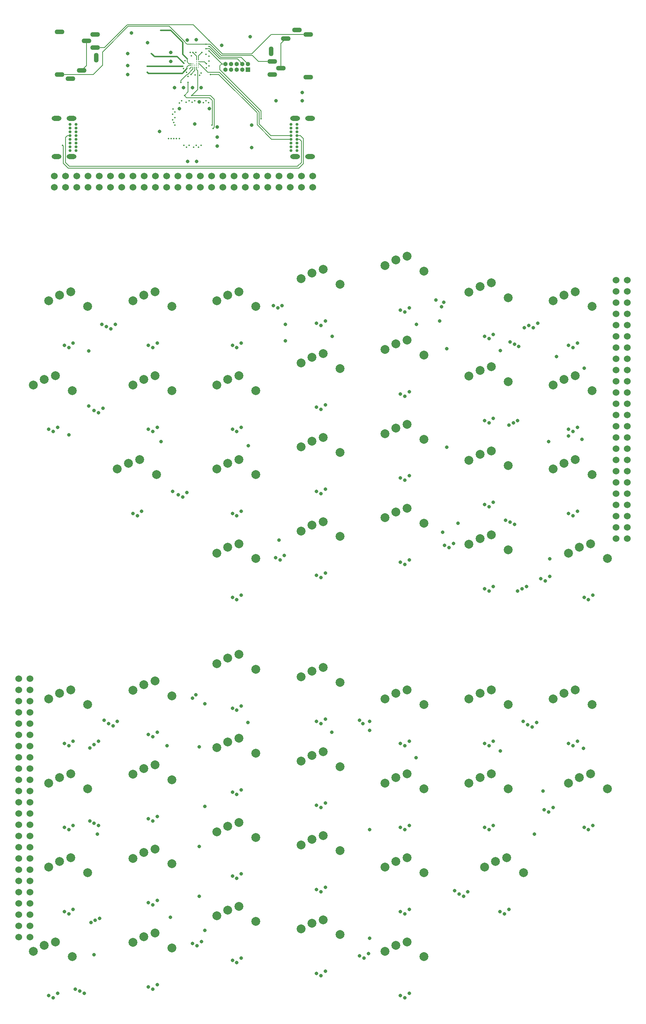
<source format=gbr>
%TF.GenerationSoftware,KiCad,Pcbnew,(6.0.6)*%
%TF.CreationDate,2022-09-03T22:19:58-07:00*%
%TF.ProjectId,NourK,4e6f7572-4b2e-46b6-9963-61645f706362,rev?*%
%TF.SameCoordinates,Original*%
%TF.FileFunction,Copper,L2,Inr*%
%TF.FilePolarity,Positive*%
%FSLAX46Y46*%
G04 Gerber Fmt 4.6, Leading zero omitted, Abs format (unit mm)*
G04 Created by KiCad (PCBNEW (6.0.6)) date 2022-09-03 22:19:58*
%MOMM*%
%LPD*%
G01*
G04 APERTURE LIST*
%TA.AperFunction,ComponentPad*%
%ADD10C,1.524000*%
%TD*%
%TA.AperFunction,ComponentPad*%
%ADD11C,2.000000*%
%TD*%
%TA.AperFunction,ComponentPad*%
%ADD12C,0.650000*%
%TD*%
%TA.AperFunction,ComponentPad*%
%ADD13O,2.216000X1.108000*%
%TD*%
%TA.AperFunction,ComponentPad*%
%ADD14O,1.100000X2.200000*%
%TD*%
%TA.AperFunction,ComponentPad*%
%ADD15O,2.200000X1.100000*%
%TD*%
%TA.AperFunction,ComponentPad*%
%ADD16O,1.000000X1.000000*%
%TD*%
%TA.AperFunction,ComponentPad*%
%ADD17R,1.000000X1.000000*%
%TD*%
%TA.AperFunction,ViaPad*%
%ADD18C,0.800000*%
%TD*%
%TA.AperFunction,ViaPad*%
%ADD19C,0.350000*%
%TD*%
%TA.AperFunction,ViaPad*%
%ADD20C,0.220000*%
%TD*%
%TA.AperFunction,Conductor*%
%ADD21C,0.200000*%
%TD*%
%TA.AperFunction,Conductor*%
%ADD22C,0.300000*%
%TD*%
G04 APERTURE END LIST*
D10*
%TO.N,/rhs/RHS Keys/KEY.COL2*%
%TO.C,U3*%
X177260000Y-142965000D03*
%TO.N,/rhs/RHS Keys/KEY.COL4*%
X177260000Y-140425000D03*
%TO.N,/rhs/RHS Keys/KEY.ROW5*%
X177260000Y-137885000D03*
%TO.N,/rhs/RHS Keys/KEY.ROW3*%
X177260000Y-135345000D03*
%TO.N,/rhs/RHS Keys/KEY.ROW1*%
X177260000Y-132805000D03*
%TO.N,/rhs/RHS LEDs/LED.SW_RED1*%
X177260000Y-130265000D03*
%TO.N,/rhs/RHS LEDs/LED.SW_GREEN2*%
X177260000Y-127725000D03*
%TO.N,/rhs/RHS LEDs/LED.SW_BLUE2*%
X177260000Y-125185000D03*
%TO.N,/rhs/RHS LEDs/LED.CS_COL1*%
X177260000Y-122645000D03*
%TO.N,/rhs/RHS LEDs/LED.CS_COL3*%
X177260000Y-120105000D03*
%TO.N,/rhs/RHS LEDs/LED.CS_COL5*%
X177260000Y-117565000D03*
%TO.N,/rhs/RHS LEDs/LED.CS_COL7*%
X177260000Y-115025000D03*
%TO.N,/rhs/RHS LEDs/LED.CS_COL9*%
X177260000Y-112485000D03*
%TO.N,/rhs/RHS LEDs/LED.CS_COL11*%
X177260000Y-109945000D03*
%TO.N,/rhs/RHS LEDs/LED.CS_COL13*%
X177260000Y-107405000D03*
%TO.N,/rhs/RHS LEDs/LED.CS_COL15*%
X177260000Y-104865000D03*
%TO.N,/rhs/RHS LEDs/LED.SW_BLUE3*%
X177260000Y-102325000D03*
%TO.N,/rhs/RHS LEDs/LED.SW_GREEN3*%
X177260000Y-99785000D03*
%TO.N,/rhs/RHS LEDs/LED.SW_RED4*%
X177260000Y-97245000D03*
%TO.N,/rhs/RHS Keys/KEY.ROW6*%
X177260000Y-94705000D03*
%TO.N,/rhs/RHS Keys/KEY.ROW8*%
X177260000Y-92165000D03*
%TO.N,/rhs/RHS Keys/KEY.ROW10*%
X177260000Y-89625000D03*
%TO.N,/rhs/RHS Keys/KEY.COL7*%
X177260000Y-87085000D03*
%TO.N,/rhs/RHS Keys/KEY.COL9*%
X177260000Y-84545000D03*
%TO.N,/rhs/RHS Keys/KEY.COL10*%
X179800000Y-84545000D03*
%TO.N,/rhs/RHS Keys/KEY.COL8*%
X179800000Y-87085000D03*
%TO.N,/rhs/RHS Keys/KEY.COL6*%
X179800000Y-89625000D03*
%TO.N,/rhs/RHS Keys/KEY.ROW9*%
X179800000Y-92165000D03*
%TO.N,/rhs/RHS Keys/KEY.ROW7*%
X179800000Y-94705000D03*
%TO.N,/rhs/RHS LEDs/LED.SW_BLUE4*%
X179800000Y-97245000D03*
%TO.N,/rhs/RHS LEDs/LED.SW_GREEN4*%
X179800000Y-99785000D03*
%TO.N,/rhs/RHS LEDs/LED.SW_RED3*%
X179800000Y-102325000D03*
%TO.N,/rhs/RHS LEDs/LED.CS_COL16*%
X179800000Y-104865000D03*
%TO.N,/rhs/RHS LEDs/LED.CS_COL14*%
X179800000Y-107405000D03*
%TO.N,/rhs/RHS LEDs/LED.CS_COL12*%
X179800000Y-109945000D03*
%TO.N,/rhs/RHS LEDs/LED.CS_COL10*%
X179800000Y-112485000D03*
%TO.N,/rhs/RHS LEDs/LED.CS_COL8*%
X179800000Y-115025000D03*
%TO.N,/rhs/RHS LEDs/LED.CS_COL6*%
X179800000Y-117565000D03*
%TO.N,/rhs/RHS LEDs/LED.CS_COL4*%
X179800000Y-120105000D03*
%TO.N,/rhs/RHS LEDs/LED.CS_COL2*%
X179800000Y-122645000D03*
%TO.N,/rhs/RHS LEDs/LED.SW_RED2*%
X179800000Y-125185000D03*
%TO.N,/rhs/RHS LEDs/LED.SW_GREEN1*%
X179800000Y-127725000D03*
%TO.N,/rhs/RHS LEDs/LED.SW_BLUE1*%
X179800000Y-130265000D03*
%TO.N,/rhs/RHS Keys/KEY.ROW2*%
X179800000Y-132805000D03*
%TO.N,/rhs/RHS Keys/KEY.ROW4*%
X179800000Y-135345000D03*
%TO.N,/rhs/RHS Keys/KEY.COL5*%
X179800000Y-137885000D03*
%TO.N,/rhs/RHS Keys/KEY.COL3*%
X179800000Y-140425000D03*
%TO.N,/rhs/RHS Keys/KEY.COL1*%
X179800000Y-142965000D03*
%TD*%
%TO.N,/core/KEY.COL2*%
%TO.C,U4*%
X50250000Y-61010000D03*
%TO.N,/core/KEY.COL4*%
X52790000Y-61010000D03*
%TO.N,/core/KEY.ROW5*%
X55330000Y-61010000D03*
%TO.N,/core/KEY.ROW3*%
X57870000Y-61010000D03*
%TO.N,/core/KEY.ROW1*%
X60410000Y-61010000D03*
%TO.N,/core/LED.SW_RED2*%
X62950000Y-61010000D03*
%TO.N,/core/LED.SW_GREEN1*%
X65490000Y-61010000D03*
%TO.N,/core/LED.SW_BLUE1*%
X68030000Y-61010000D03*
%TO.N,/core/LED.CS_COL1*%
X70570000Y-61010000D03*
%TO.N,/core/LED.CS_COL3*%
X73110000Y-61010000D03*
%TO.N,/core/LED.CS_COL5*%
X75650000Y-61010000D03*
%TO.N,/core/LED.CS_COL7*%
X78190000Y-61010000D03*
%TO.N,/core/LED.CS_COL9*%
X80730000Y-61010000D03*
%TO.N,/core/LED.CS_COL11*%
X83270000Y-61010000D03*
%TO.N,/core/LED.CS_COL13*%
X85810000Y-61010000D03*
%TO.N,/core/LED.CS_COL15*%
X88350000Y-61010000D03*
%TO.N,/core/LED.SW_BLUE3*%
X90890000Y-61010000D03*
%TO.N,/core/LED.SW_GREEN3*%
X93430000Y-61010000D03*
%TO.N,/core/LED.SW_GREEN4*%
X95970000Y-61010000D03*
%TO.N,/core/KEY.ROW6*%
X98510000Y-61010000D03*
%TO.N,/core/KEY.ROW8*%
X101050000Y-61010000D03*
%TO.N,/core/KEY.ROW10*%
X103590000Y-61010000D03*
%TO.N,/core/KEY.COL7*%
X106130000Y-61010000D03*
%TO.N,/core/KEY.COL9*%
X108670000Y-61010000D03*
%TO.N,/core/KEY.COL10*%
X108670000Y-63550000D03*
%TO.N,/core/KEY.COL8*%
X106130000Y-63550000D03*
%TO.N,/core/KEY.COL6*%
X103590000Y-63550000D03*
%TO.N,/core/KEY.ROW9*%
X101050000Y-63550000D03*
%TO.N,/core/KEY.ROW7*%
X98510000Y-63550000D03*
%TO.N,/core/LED.SW_RED4*%
X95970000Y-63550000D03*
%TO.N,/core/LED.SW_BLUE4*%
X93430000Y-63550000D03*
%TO.N,/core/LED.SW_RED3*%
X90890000Y-63550000D03*
%TO.N,/core/LED.CS_COL16*%
X88350000Y-63550000D03*
%TO.N,/core/LED.CS_COL14*%
X85810000Y-63550000D03*
%TO.N,/core/LED.CS_COL12*%
X83270000Y-63550000D03*
%TO.N,/core/LED.CS_COL10*%
X80730000Y-63550000D03*
%TO.N,/core/LED.CS_COL8*%
X78190000Y-63550000D03*
%TO.N,/core/LED.CS_COL6*%
X75650000Y-63550000D03*
%TO.N,/core/LED.CS_COL4*%
X73110000Y-63550000D03*
%TO.N,/core/LED.CS_COL2*%
X70570000Y-63550000D03*
%TO.N,/core/LED.SW_RED1*%
X68030000Y-63550000D03*
%TO.N,/core/LED.SW_GREEN2*%
X65490000Y-63550000D03*
%TO.N,/core/LED.SW_BLUE2*%
X62950000Y-63550000D03*
%TO.N,/core/KEY.ROW2*%
X60410000Y-63550000D03*
%TO.N,/core/KEY.ROW4*%
X57870000Y-63550000D03*
%TO.N,/core/KEY.COL5*%
X55330000Y-63550000D03*
%TO.N,/core/KEY.COL3*%
X52790000Y-63550000D03*
%TO.N,/core/KEY.COL1*%
X50250000Y-63550000D03*
%TD*%
%TO.N,/lhs/LHS Keys/KEY.COL2*%
%TO.C,U5*%
X44740000Y-174580000D03*
%TO.N,/lhs/LHS Keys/KEY.COL4*%
X44740000Y-177120000D03*
%TO.N,/lhs/LHS Keys/KEY.ROW5*%
X44740000Y-179660000D03*
%TO.N,/lhs/LHS Keys/KEY.ROW3*%
X44740000Y-182200000D03*
%TO.N,/lhs/LHS Keys/KEY.ROW1*%
X44740000Y-184740000D03*
%TO.N,/lhs/LHS LEDs/LED.SW_RED1*%
X44740000Y-187280000D03*
%TO.N,/lhs/LHS LEDs/LED.SW_GREEN2*%
X44740000Y-189820000D03*
%TO.N,/lhs/LHS LEDs/LED.SW_BLUE2*%
X44740000Y-192360000D03*
%TO.N,/lhs/LHS LEDs/LED.CS_COL1*%
X44740000Y-194900000D03*
%TO.N,/lhs/LHS LEDs/LED.CS_COL3*%
X44740000Y-197440000D03*
%TO.N,/lhs/LHS LEDs/LED.CS_COL5*%
X44740000Y-199980000D03*
%TO.N,/lhs/LHS LEDs/LED.CS_COL7*%
X44740000Y-202520000D03*
%TO.N,/lhs/LHS LEDs/LED.CS_COL9*%
X44740000Y-205060000D03*
%TO.N,/lhs/LHS LEDs/LED.CS_COL11*%
X44740000Y-207600000D03*
%TO.N,/lhs/LHS LEDs/LED.CS_COL13*%
X44740000Y-210140000D03*
%TO.N,/lhs/LHS LEDs/LED.CS_COL15*%
X44740000Y-212680000D03*
%TO.N,/lhs/LHS LEDs/LED.SW_BLUE3*%
X44740000Y-215220000D03*
%TO.N,/lhs/LHS LEDs/LED.SW_GREEN3*%
X44740000Y-217760000D03*
%TO.N,/lhs/LHS LEDs/LED.SW_RED4*%
X44740000Y-220300000D03*
%TO.N,/lhs/LHS Keys/KEY.ROW6*%
X44740000Y-222840000D03*
%TO.N,/lhs/LHS Keys/KEY.ROW8*%
X44740000Y-225380000D03*
%TO.N,/lhs/LHS Keys/KEY.ROW10*%
X44740000Y-227920000D03*
%TO.N,/lhs/LHS Keys/KEY.COL7*%
X44740000Y-230460000D03*
%TO.N,/lhs/LHS Keys/KEY.COL9*%
X44740000Y-233000000D03*
%TO.N,/lhs/LHS Keys/KEY.COL10*%
X42200000Y-233000000D03*
%TO.N,/lhs/LHS Keys/KEY.COL8*%
X42200000Y-230460000D03*
%TO.N,/lhs/LHS Keys/KEY.COL6*%
X42200000Y-227920000D03*
%TO.N,/lhs/LHS Keys/KEY.ROW9*%
X42200000Y-225380000D03*
%TO.N,/lhs/LHS Keys/KEY.ROW7*%
X42200000Y-222840000D03*
%TO.N,/lhs/LHS LEDs/LED.SW_BLUE4*%
X42200000Y-220300000D03*
%TO.N,/lhs/LHS LEDs/LED.SW_GREEN4*%
X42200000Y-217760000D03*
%TO.N,/lhs/LHS LEDs/LED.SW_RED3*%
X42200000Y-215220000D03*
%TO.N,/lhs/LHS LEDs/LED.CS_COL16*%
X42200000Y-212680000D03*
%TO.N,/lhs/LHS LEDs/LED.CS_COL14*%
X42200000Y-210140000D03*
%TO.N,/lhs/LHS LEDs/LED.CS_COL12*%
X42200000Y-207600000D03*
%TO.N,/lhs/LHS LEDs/LED.CS_COL10*%
X42200000Y-205060000D03*
%TO.N,/lhs/LHS LEDs/LED.CS_COL8*%
X42200000Y-202520000D03*
%TO.N,/lhs/LHS LEDs/LED.CS_COL6*%
X42200000Y-199980000D03*
%TO.N,/lhs/LHS LEDs/LED.CS_COL4*%
X42200000Y-197440000D03*
%TO.N,/lhs/LHS LEDs/LED.CS_COL2*%
X42200000Y-194900000D03*
%TO.N,/lhs/LHS LEDs/LED.SW_RED2*%
X42200000Y-192360000D03*
%TO.N,/lhs/LHS LEDs/LED.SW_GREEN1*%
X42200000Y-189820000D03*
%TO.N,/lhs/LHS LEDs/LED.SW_BLUE1*%
X42200000Y-187280000D03*
%TO.N,/lhs/LHS Keys/KEY.ROW2*%
X42200000Y-184740000D03*
%TO.N,/lhs/LHS Keys/KEY.ROW4*%
X42200000Y-182200000D03*
%TO.N,/lhs/LHS Keys/KEY.COL5*%
X42200000Y-179660000D03*
%TO.N,/lhs/LHS Keys/KEY.COL3*%
X42200000Y-177120000D03*
%TO.N,/lhs/LHS Keys/KEY.COL1*%
X42200000Y-174580000D03*
%TD*%
D11*
%TO.N,Net-(D48-Pad1)*%
%TO.C,SW53*%
X51460000Y-215920000D03*
X49000000Y-217200000D03*
%TO.N,/lhs/LHS Keys/KEY.COL7*%
X54000000Y-215100000D03*
X57810000Y-218460000D03*
%TD*%
%TO.N,Net-(D43-Pad2)*%
%TO.C,SW36*%
X127460000Y-196920000D03*
X125000000Y-198200000D03*
%TO.N,/lhs/LHS Keys/KEY.COL3*%
X130000000Y-196100000D03*
X133810000Y-199460000D03*
%TD*%
%TO.N,Net-(D43-Pad4)*%
%TO.C,SW33*%
X146460000Y-196920000D03*
X144000000Y-198200000D03*
%TO.N,/lhs/LHS Keys/KEY.COL2*%
X149000000Y-196100000D03*
X152810000Y-199460000D03*
%TD*%
%TO.N,Net-(D3-Pad2)*%
%TO.C,SW13*%
X127460000Y-117920000D03*
X125000000Y-119200000D03*
%TO.N,/rhs/RHS Keys/KEY.COL6*%
X130000000Y-117100000D03*
X133810000Y-120460000D03*
%TD*%
%TO.N,Net-(D48-Pad2)*%
%TO.C,SW49*%
X70460000Y-213920000D03*
X68000000Y-215200000D03*
%TO.N,/lhs/LHS Keys/KEY.COL6*%
X73000000Y-213100000D03*
X76810000Y-216460000D03*
%TD*%
%TO.N,Net-(D2-Pad4)*%
%TO.C,SW8*%
X146460000Y-104920000D03*
X144000000Y-106200000D03*
%TO.N,/rhs/RHS Keys/KEY.COL1*%
X149000000Y-104100000D03*
X152810000Y-107460000D03*
%TD*%
%TO.N,Net-(D5-Pad1)*%
%TO.C,SW26*%
X51460000Y-87920000D03*
X49000000Y-89200000D03*
%TO.N,/rhs/RHS Keys/KEY.COL10*%
X54000000Y-87100000D03*
X57810000Y-90460000D03*
%TD*%
%TO.N,Net-(D5-Pad2)*%
%TO.C,SW23*%
X70460000Y-87920000D03*
X68000000Y-89200000D03*
%TO.N,/rhs/RHS Keys/KEY.COL9*%
X73000000Y-87100000D03*
X76810000Y-90460000D03*
%TD*%
%TO.N,Net-(D8-Pad5)*%
%TO.C,SW18*%
X108460000Y-139920000D03*
X106000000Y-141200000D03*
%TO.N,/rhs/RHS Keys/KEY.COL7*%
X111000000Y-139100000D03*
X114810000Y-142460000D03*
%TD*%
%TO.N,Net-(D7-Pad4)*%
%TO.C,SW21*%
X89460000Y-125920000D03*
X87000000Y-127200000D03*
%TO.N,/rhs/RHS Keys/KEY.COL8*%
X92000000Y-125100000D03*
X95810000Y-128460000D03*
%TD*%
%TO.N,Net-(D1-Pad2)*%
%TO.C,SW11*%
X127460000Y-79920000D03*
X125000000Y-81200000D03*
%TO.N,/rhs/RHS Keys/KEY.COL6*%
X130000000Y-79100000D03*
X133810000Y-82460000D03*
%TD*%
%TO.N,Net-(D2-Pad5)*%
%TO.C,SW4*%
X165460000Y-106920000D03*
X163000000Y-108200000D03*
%TO.N,/rhs/RHS Keys/KEY.COL2*%
X168000000Y-106100000D03*
X171810000Y-109460000D03*
%TD*%
%TO.N,Net-(D48-Pad5)*%
%TO.C,SW45*%
X89460000Y-207920000D03*
X87000000Y-209200000D03*
%TO.N,/lhs/LHS Keys/KEY.COL5*%
X92000000Y-207100000D03*
X95810000Y-210460000D03*
%TD*%
%TO.N,Net-(D44-Pad1)*%
%TO.C,SW41*%
X108460000Y-210920000D03*
X106000000Y-212200000D03*
%TO.N,/lhs/LHS Keys/KEY.COL4*%
X111000000Y-210100000D03*
X114810000Y-213460000D03*
%TD*%
%TO.N,Net-(D45-Pad1)*%
%TO.C,SW42*%
X108460000Y-229920000D03*
X106000000Y-231200000D03*
%TO.N,/lhs/LHS Keys/KEY.COL4*%
X111000000Y-229100000D03*
X114810000Y-232460000D03*
%TD*%
%TO.N,Net-(D6-Pad4)*%
%TO.C,SW20*%
X89460000Y-106920000D03*
X87000000Y-108200000D03*
%TO.N,/rhs/RHS Keys/KEY.COL8*%
X92000000Y-106100000D03*
X95810000Y-109460000D03*
%TD*%
%TO.N,Net-(D43-Pad1)*%
%TO.C,SW40*%
X108460000Y-191920000D03*
X106000000Y-193200000D03*
%TO.N,/lhs/LHS Keys/KEY.COL4*%
X111000000Y-191100000D03*
X114810000Y-194460000D03*
%TD*%
%TO.N,Net-(D46-Pad1)*%
%TO.C,SW51*%
X51460000Y-177920000D03*
X49000000Y-179200000D03*
%TO.N,/lhs/LHS Keys/KEY.COL7*%
X54000000Y-177100000D03*
X57810000Y-180460000D03*
%TD*%
%TO.N,Net-(D2-Pad2)*%
%TO.C,SW12*%
X127460000Y-98920000D03*
X125000000Y-100200000D03*
%TO.N,/rhs/RHS Keys/KEY.COL6*%
X130000000Y-98100000D03*
X133810000Y-101460000D03*
%TD*%
%TO.N,Net-(D44-Pad2)*%
%TO.C,SW37*%
X127460000Y-215920000D03*
X125000000Y-217200000D03*
%TO.N,/lhs/LHS Keys/KEY.COL3*%
X130000000Y-215100000D03*
X133810000Y-218460000D03*
%TD*%
%TO.N,Net-(D42-Pad5)*%
%TO.C,SW30*%
X165460000Y-177920000D03*
X163000000Y-179200000D03*
%TO.N,/lhs/LHS Keys/KEY.COL1*%
X168000000Y-177100000D03*
X171810000Y-180460000D03*
%TD*%
%TO.N,Net-(D7-Pad2)*%
%TO.C,SW25*%
X66960000Y-125920000D03*
X64500000Y-127200000D03*
%TO.N,/rhs/RHS Keys/KEY.COL9*%
X69500000Y-125100000D03*
X73310000Y-128460000D03*
%TD*%
%TO.N,Net-(D5-Pad4)*%
%TO.C,SW19*%
X89460000Y-87920000D03*
X87000000Y-89200000D03*
%TO.N,/rhs/RHS Keys/KEY.COL8*%
X92000000Y-87100000D03*
X95810000Y-90460000D03*
%TD*%
%TO.N,Net-(D47-Pad1)*%
%TO.C,SW52*%
X51460000Y-196920000D03*
X49000000Y-198200000D03*
%TO.N,/lhs/LHS Keys/KEY.COL7*%
X54000000Y-196100000D03*
X57810000Y-199460000D03*
%TD*%
%TO.N,Net-(D45-Pad2)*%
%TO.C,SW38*%
X127460000Y-234920000D03*
X125000000Y-236200000D03*
%TO.N,/lhs/LHS Keys/KEY.COL3*%
X130000000Y-234100000D03*
X133810000Y-237460000D03*
%TD*%
%TO.N,Net-(D42-Pad2)*%
%TO.C,SW35*%
X127460000Y-177920000D03*
X125000000Y-179200000D03*
%TO.N,/lhs/LHS Keys/KEY.COL3*%
X130000000Y-177100000D03*
X133810000Y-180460000D03*
%TD*%
%TO.N,Net-(D3-Pad5)*%
%TO.C,SW5*%
X165460000Y-125920000D03*
X163000000Y-127200000D03*
%TO.N,/rhs/RHS Keys/KEY.COL2*%
X168000000Y-125100000D03*
X171810000Y-128460000D03*
%TD*%
%TO.N,Net-(D46-Pad2)*%
%TO.C,SW47*%
X70460000Y-175920000D03*
X68000000Y-177200000D03*
%TO.N,/lhs/LHS Keys/KEY.COL6*%
X73000000Y-175100000D03*
X76810000Y-178460000D03*
%TD*%
%TO.N,Net-(D49-Pad2)*%
%TO.C,SW50*%
X70460000Y-232920000D03*
X68000000Y-234200000D03*
%TO.N,/lhs/LHS Keys/KEY.COL6*%
X73000000Y-232100000D03*
X76810000Y-235460000D03*
%TD*%
%TO.N,Net-(D4-Pad2)*%
%TO.C,SW14*%
X127460000Y-136920000D03*
X125000000Y-138200000D03*
%TO.N,/rhs/RHS Keys/KEY.COL6*%
X130000000Y-136100000D03*
X133810000Y-139460000D03*
%TD*%
%TO.N,Net-(D3-Pad4)*%
%TO.C,SW9*%
X146460000Y-123920000D03*
X144000000Y-125200000D03*
%TO.N,/rhs/RHS Keys/KEY.COL1*%
X149000000Y-123100000D03*
X152810000Y-126460000D03*
%TD*%
%TO.N,Net-(D7-Pad5)*%
%TO.C,SW17*%
X108460000Y-120920000D03*
X106000000Y-122200000D03*
%TO.N,/rhs/RHS Keys/KEY.COL7*%
X111000000Y-120100000D03*
X114810000Y-123460000D03*
%TD*%
%TO.N,Net-(D46-Pad5)*%
%TO.C,SW43*%
X89460000Y-169920000D03*
X87000000Y-171200000D03*
%TO.N,/lhs/LHS Keys/KEY.COL5*%
X92000000Y-169100000D03*
X95810000Y-172460000D03*
%TD*%
%TO.N,Net-(D42-Pad4)*%
%TO.C,SW32*%
X146460000Y-177920000D03*
X144000000Y-179200000D03*
%TO.N,/lhs/LHS Keys/KEY.COL2*%
X149000000Y-177100000D03*
X152810000Y-180460000D03*
%TD*%
%TO.N,Net-(D47-Pad5)*%
%TO.C,SW44*%
X89460000Y-188920000D03*
X87000000Y-190200000D03*
%TO.N,/lhs/LHS Keys/KEY.COL5*%
X92000000Y-188100000D03*
X95810000Y-191460000D03*
%TD*%
%TO.N,Net-(D6-Pad2)*%
%TO.C,SW24*%
X70460000Y-106920000D03*
X68000000Y-108200000D03*
%TO.N,/rhs/RHS Keys/KEY.COL9*%
X73000000Y-106100000D03*
X76810000Y-109460000D03*
%TD*%
%TO.N,Net-(D43-Pad5)*%
%TO.C,SW31*%
X168960000Y-196920000D03*
X166500000Y-198200000D03*
%TO.N,/lhs/LHS Keys/KEY.COL1*%
X171500000Y-196100000D03*
X175310000Y-199460000D03*
%TD*%
%TO.N,Net-(D8-Pad4)*%
%TO.C,SW22*%
X89460000Y-144920000D03*
X87000000Y-146200000D03*
%TO.N,/rhs/RHS Keys/KEY.COL8*%
X92000000Y-144100000D03*
X95810000Y-147460000D03*
%TD*%
%TO.N,Net-(D47-Pad2)*%
%TO.C,SW48*%
X70460000Y-194920000D03*
X68000000Y-196200000D03*
%TO.N,/lhs/LHS Keys/KEY.COL6*%
X73000000Y-194100000D03*
X76810000Y-197460000D03*
%TD*%
%TO.N,Net-(D4-Pad4)*%
%TO.C,SW10*%
X146460000Y-142920000D03*
X144000000Y-144200000D03*
%TO.N,/rhs/RHS Keys/KEY.COL1*%
X149000000Y-142100000D03*
X152810000Y-145460000D03*
%TD*%
%TO.N,Net-(D49-Pad5)*%
%TO.C,SW46*%
X89460000Y-226920000D03*
X87000000Y-228200000D03*
%TO.N,/lhs/LHS Keys/KEY.COL5*%
X92000000Y-226100000D03*
X95810000Y-229460000D03*
%TD*%
%TO.N,Net-(D44-Pad4)*%
%TO.C,SW34*%
X149960000Y-215920000D03*
X147500000Y-217200000D03*
%TO.N,/lhs/LHS Keys/KEY.COL2*%
X152500000Y-215100000D03*
X156310000Y-218460000D03*
%TD*%
%TO.N,Net-(D6-Pad5)*%
%TO.C,SW16*%
X108460000Y-101920000D03*
X106000000Y-103200000D03*
%TO.N,/rhs/RHS Keys/KEY.COL7*%
X111000000Y-101100000D03*
X114810000Y-104460000D03*
%TD*%
%TO.N,Net-(D5-Pad5)*%
%TO.C,SW15*%
X108460000Y-82920000D03*
X106000000Y-84200000D03*
%TO.N,/rhs/RHS Keys/KEY.COL7*%
X111000000Y-82100000D03*
X114810000Y-85460000D03*
%TD*%
%TO.N,Net-(D49-Pad1)*%
%TO.C,SW54*%
X47960000Y-234920000D03*
X45500000Y-236200000D03*
%TO.N,/lhs/LHS Keys/KEY.COL7*%
X50500000Y-234100000D03*
X54310000Y-237460000D03*
%TD*%
%TO.N,Net-(D42-Pad1)*%
%TO.C,SW39*%
X108460000Y-172920000D03*
X106000000Y-174200000D03*
%TO.N,/lhs/LHS Keys/KEY.COL4*%
X111000000Y-172100000D03*
X114810000Y-175460000D03*
%TD*%
%TO.N,Net-(D1-Pad4)*%
%TO.C,SW7*%
X146460000Y-85920000D03*
X144000000Y-87200000D03*
%TO.N,/rhs/RHS Keys/KEY.COL1*%
X149000000Y-85100000D03*
X152810000Y-88460000D03*
%TD*%
%TO.N,Net-(D6-Pad1)*%
%TO.C,SW27*%
X47960000Y-106920000D03*
X45500000Y-108200000D03*
%TO.N,/rhs/RHS Keys/KEY.COL10*%
X50500000Y-106100000D03*
X54310000Y-109460000D03*
%TD*%
%TO.N,Net-(D4-Pad5)*%
%TO.C,SW6*%
X168960000Y-144920000D03*
X166500000Y-146200000D03*
%TO.N,/rhs/RHS Keys/KEY.COL2*%
X171500000Y-144100000D03*
X175310000Y-147460000D03*
%TD*%
%TO.N,Net-(D1-Pad5)*%
%TO.C,SW3*%
X165460000Y-87920000D03*
X163000000Y-89200000D03*
%TO.N,/rhs/RHS Keys/KEY.COL2*%
X168000000Y-87100000D03*
X171810000Y-90460000D03*
%TD*%
D12*
%TO.N,GND*%
%TO.C,J4*%
X55125000Y-49275000D03*
%TO.N,VBUS*%
X55125000Y-50125000D03*
%TO.N,Net-(J4-PadA5)*%
X55125000Y-50975000D03*
%TO.N,/core/D+*%
X55125000Y-51825000D03*
%TO.N,/core/D-*%
X55125000Y-52675000D03*
%TO.N,unconnected-(J4-PadA8)*%
X55125000Y-53525000D03*
%TO.N,VBUS*%
X55125000Y-54375000D03*
%TO.N,GND*%
X55125000Y-55225000D03*
X53775000Y-55225000D03*
%TO.N,VBUS*%
X53775000Y-54375000D03*
%TO.N,Net-(J4-PadB5)*%
X53775000Y-53525000D03*
%TO.N,/core/D+*%
X53775000Y-52675000D03*
%TO.N,/core/D-*%
X53775000Y-51825000D03*
%TO.N,unconnected-(J4-PadB8)*%
X53775000Y-50975000D03*
%TO.N,VBUS*%
X53775000Y-50125000D03*
%TO.N,GND*%
X53775000Y-49275000D03*
D13*
%TO.N,N/C*%
X54145000Y-47925000D03*
X54145000Y-56575000D03*
X50765000Y-47925000D03*
X50765000Y-56575000D03*
%TD*%
D12*
%TO.N,GND*%
%TO.C,J3*%
X103725000Y-55225000D03*
%TO.N,VBUS*%
X103725000Y-54375000D03*
%TO.N,Net-(J3-PadA5)*%
X103725000Y-53525000D03*
%TO.N,/core/D+*%
X103725000Y-52675000D03*
%TO.N,/core/D-*%
X103725000Y-51825000D03*
%TO.N,unconnected-(J3-PadA8)*%
X103725000Y-50975000D03*
%TO.N,VBUS*%
X103725000Y-50125000D03*
%TO.N,GND*%
X103725000Y-49275000D03*
X105075000Y-49275000D03*
%TO.N,VBUS*%
X105075000Y-50125000D03*
%TO.N,Net-(J3-PadB5)*%
X105075000Y-50975000D03*
%TO.N,/core/D+*%
X105075000Y-51825000D03*
%TO.N,/core/D-*%
X105075000Y-52675000D03*
%TO.N,unconnected-(J3-PadB8)*%
X105075000Y-53525000D03*
%TO.N,VBUS*%
X105075000Y-54375000D03*
%TO.N,GND*%
X105075000Y-55225000D03*
D13*
%TO.N,N/C*%
X104705000Y-56575000D03*
X104705000Y-47925000D03*
X108085000Y-56575000D03*
X108085000Y-47925000D03*
%TD*%
D14*
%TO.N,GND*%
%TO.C,J1*%
X99300000Y-32800000D03*
D15*
%TO.N,Net-(J1-Pad2)*%
X102600000Y-29900000D03*
%TO.N,/core/USART.RX*%
X99500000Y-35100000D03*
%TO.N,/core/USART.TX*%
X107600000Y-29000000D03*
%TO.N,Net-(J1-Pad2)*%
X101500000Y-36600000D03*
%TO.N,VCC*%
X99500000Y-38000000D03*
%TO.N,GND*%
X107600000Y-38600000D03*
X105100000Y-28000000D03*
%TD*%
D16*
%TO.N,/core/~{RST}*%
%TO.C,J2*%
X88945000Y-35625000D03*
%TO.N,GND*%
X88945000Y-36895000D03*
%TO.N,unconnected-(J2-Pad8)*%
X90215000Y-35625000D03*
%TO.N,unconnected-(J2-Pad7)*%
X90215000Y-36895000D03*
%TO.N,unconnected-(J2-Pad6)*%
X91485000Y-35625000D03*
%TO.N,GND*%
X91485000Y-36895000D03*
%TO.N,/core/SWCLK*%
X92755000Y-35625000D03*
%TO.N,GND*%
X92755000Y-36895000D03*
%TO.N,/core/SWDIO*%
X94025000Y-35625000D03*
D17*
%TO.N,VCC*%
X94025000Y-36895000D03*
%TD*%
D14*
%TO.N,GND*%
%TO.C,J5*%
X59700000Y-34200000D03*
D15*
%TO.N,Net-(J5-Pad2)*%
X56400000Y-37100000D03*
%TO.N,/core/USART.TX*%
X59500000Y-31900000D03*
%TO.N,/core/USART.RX*%
X51400000Y-38000000D03*
%TO.N,Net-(J5-Pad2)*%
X57500000Y-30400000D03*
%TO.N,VCC*%
X59500000Y-29000000D03*
%TO.N,GND*%
X51400000Y-28400000D03*
X53900000Y-39000000D03*
%TD*%
D18*
%TO.N,/lhs/LHS LEDs/LED.CS_COL5*%
X94033000Y-184467000D03*
%TO.N,/lhs/LHS LEDs/LED.CS_COL6*%
X75750000Y-189750000D03*
%TO.N,/lhs/LHS LEDs/LED.CS_COL3*%
X132033000Y-192500000D03*
%TO.N,/lhs/LHS LEDs/LED.CS_COL4*%
X113000000Y-186750000D03*
%TO.N,/lhs/LHS LEDs/LED.CS_COL1*%
X169900000Y-190350000D03*
%TO.N,/lhs/LHS LEDs/LED.CS_COL2*%
X151033000Y-190967000D03*
%TO.N,/lhs/LHS Keys/KEY.COL6*%
X76500000Y-228500000D03*
%TO.N,/rhs/RHS LEDs/LED.CS_COL8*%
X94075000Y-121925000D03*
%TO.N,/rhs/RHS LEDs/LED.CS_COL7*%
X74400000Y-121000000D03*
%TO.N,/rhs/RHS LEDs/LED.CS_COL9*%
X113075000Y-97175000D03*
%TO.N,/rhs/RHS LEDs/LED.CS_COL10*%
X132075000Y-94500000D03*
%TO.N,/rhs/RHS LEDs/LED.CS_COL12*%
X170075000Y-104425000D03*
%TO.N,/rhs/RHS LEDs/LED.CS_COL11*%
X151075000Y-100425000D03*
%TO.N,/rhs/RHS LEDs/LED.SW_BLUE3*%
X169500000Y-120500000D03*
D19*
%TO.N,/core/I2C_SDA*%
X86100000Y-50200000D03*
%TO.N,/core/I2C_SCL*%
X85900000Y-49500000D03*
%TO.N,/core/~{RST}*%
X96999999Y-47999599D03*
%TO.N,/core/D+*%
X52100000Y-54000000D03*
%TO.N,/core/OSC32_IN*%
X71250000Y-37550000D03*
%TO.N,/core/OSC32_OUT*%
X71250000Y-36150000D03*
%TO.N,/core/OSC_IN*%
X74250000Y-28050000D03*
%TO.N,/core/OSC_OUT*%
X72162500Y-33250000D03*
%TO.N,/core/D+*%
X85500000Y-38000000D03*
%TO.N,/core/VREF+*%
X81200000Y-33800000D03*
%TO.N,/core/KEY.COL3*%
X81000000Y-33000000D03*
%TO.N,/core/KEY.COL1*%
X82200000Y-33000000D03*
%TO.N,/core/KEY.COL4*%
X81600000Y-33000000D03*
%TO.N,/core/KEY.COL2*%
X83600000Y-33000000D03*
%TO.N,/core/KEY.ROW8*%
X84600000Y-36500000D03*
%TO.N,/core/USART.TX*%
X85200000Y-30300000D03*
%TO.N,/core/USART.RX*%
X84500000Y-31200000D03*
%TO.N,/core/SWDIO*%
X85200000Y-31700000D03*
%TO.N,/core/SWCLK*%
X84500000Y-32200000D03*
%TO.N,/core/~{RST}*%
X85200000Y-32700000D03*
%TO.N,/core/KEY.COL9*%
X84500000Y-33500000D03*
%TO.N,/core/KEY.COL10*%
X85200000Y-33900000D03*
%TO.N,/core/KEY.COL8*%
X85200000Y-35000000D03*
%TO.N,/core/KEY.ROW10*%
X84600000Y-35590000D03*
%TO.N,/core/KEY.COL6*%
X85200000Y-36100000D03*
%TO.N,/core/OSC_OUT*%
X79500000Y-35500000D03*
%TO.N,/core/OSC32_OUT*%
X79300000Y-36150000D03*
%TO.N,/core/KEY.ROW5*%
X79800000Y-34900000D03*
%TO.N,/core/KEY.COL5*%
X79450000Y-36700000D03*
%TO.N,/core/USART.TX*%
X81100000Y-38000000D03*
%TO.N,/core/BOOT0*%
X80450000Y-38450000D03*
%TO.N,/core/KEY.ROW4*%
X78850000Y-39800000D03*
%TO.N,/core/I2C_SCL*%
X80450000Y-39800000D03*
%TO.N,/core/KEY.ROW3*%
X80148562Y-37548562D03*
%TO.N,/core/KEY.ROW2*%
X82100000Y-38100000D03*
%TO.N,/core/KEY.ROW7*%
X83100000Y-38200000D03*
%TO.N,/core/KEY.ROW6*%
X83450000Y-37700000D03*
%TO.N,/core/LED.CS_COL16*%
X83400000Y-54050000D03*
%TO.N,/core/LED.CS_COL15*%
X82850000Y-54450000D03*
%TO.N,/core/LED.CS_COL14*%
X82300000Y-54000000D03*
%TO.N,/core/LED.CS_COL13*%
X81750000Y-54450000D03*
%TO.N,/core/LED.CS_COL12*%
X80750000Y-54000000D03*
%TO.N,/core/LED.CS_COL11*%
X80150000Y-54450000D03*
%TO.N,/core/LED.CS_COL10*%
X79550000Y-54000000D03*
%TO.N,/core/LED.CS_COL9*%
X78500000Y-52500000D03*
%TO.N,/core/LED.CS_COL8*%
X77850000Y-52500000D03*
%TO.N,/core/LED.CS_COL7*%
X77250000Y-52500000D03*
%TO.N,/core/LED.CS_COL6*%
X76650000Y-52500000D03*
%TO.N,/core/LED.CS_COL5*%
X76050000Y-52500000D03*
%TO.N,/core/LED.CS_COL4*%
X77500000Y-49500000D03*
%TO.N,/core/LED.CS_COL3*%
X77250000Y-48900000D03*
%TO.N,/core/LED.CS_COL2*%
X77000000Y-48250000D03*
%TO.N,/core/LED.CS_COL1*%
X77500000Y-47750000D03*
%TO.N,/core/LED.SW_BLUE1*%
X77000000Y-47050000D03*
%TO.N,/core/LED.SW_RED1*%
X77500000Y-46500000D03*
%TO.N,/core/LED.SW_GREEN1*%
X77050000Y-45850000D03*
%TO.N,/core/LED.SW_BLUE2*%
X78500000Y-44500000D03*
%TO.N,/core/LED.SW_RED2*%
X79000000Y-44000000D03*
%TO.N,/core/LED.SW_GREEN2*%
X80000000Y-44300000D03*
%TO.N,/core/LED.SW_BLUE3*%
X80700000Y-44000000D03*
%TO.N,/core/LED.SW_RED3*%
X81400000Y-44300000D03*
%TO.N,/core/LED.SW_GREEN3*%
X82000000Y-44000000D03*
%TO.N,/core/LED.SW_GREEN4*%
X85150000Y-44400000D03*
%TO.N,/core/LED.SW_BLUE4*%
X83900000Y-44400000D03*
%TO.N,/core/LED.SW_RED4*%
X84500000Y-44000000D03*
%TO.N,/core/I2C_SCL*%
X79662500Y-42750000D03*
%TO.N,/core/I2C_SDA*%
X81337500Y-42750000D03*
D18*
%TO.N,GND*%
X77450000Y-41000000D03*
X79450000Y-41000000D03*
X81450000Y-41000000D03*
X83450000Y-41000000D03*
D20*
%TO.N,VCC*%
X80800000Y-36750000D03*
X81200000Y-36350000D03*
D18*
%TO.N,GND*%
X87050000Y-54200000D03*
X100324878Y-43950000D03*
X83000000Y-44250000D03*
X76550000Y-33050000D03*
X71350000Y-30850000D03*
X85250000Y-45750000D03*
X82300000Y-30200000D03*
X87050000Y-49850000D03*
X67650000Y-28650000D03*
X80400000Y-57700000D03*
X66800000Y-33250000D03*
X106324878Y-44000000D03*
X76550000Y-35050000D03*
X94862500Y-54575000D03*
X82000000Y-49250000D03*
X78500000Y-45750000D03*
X66800000Y-36000000D03*
X87050000Y-52150000D03*
X94500000Y-29500000D03*
X82400000Y-57700000D03*
X66800000Y-38000000D03*
X74050000Y-50900000D03*
X94862500Y-49425000D03*
X80300000Y-30237500D03*
%TO.N,VBUS*%
X106324878Y-42100000D03*
%TO.N,/rhs/RHS Keys/KEY.ROW4*%
X139000000Y-122250000D03*
X141500000Y-139500000D03*
%TO.N,/rhs/RHS LEDs/LED.SW_BLUE1*%
X154250000Y-139750000D03*
X140500000Y-144000000D03*
X111500000Y-150750000D03*
X102250000Y-146750000D03*
X149500000Y-153750000D03*
X157000000Y-153750000D03*
X172000000Y-155750000D03*
X130500000Y-147750000D03*
X162250000Y-151500000D03*
X92500000Y-155750000D03*
%TO.N,/rhs/RHS LEDs/LED.SW_GREEN1*%
X110500000Y-151750000D03*
X148500000Y-154750000D03*
X160250000Y-152000000D03*
X138500000Y-144500000D03*
X155000000Y-154750000D03*
X100250000Y-147250000D03*
X129500000Y-148750000D03*
X171000000Y-156750000D03*
X91500000Y-156750000D03*
X152250000Y-138750000D03*
%TO.N,/rhs/RHS LEDs/LED.SW_RED1*%
X170000000Y-156250000D03*
X90500000Y-156250000D03*
X156000000Y-154250000D03*
X147500000Y-154250000D03*
X153250000Y-139250000D03*
X139500000Y-145000000D03*
X109500000Y-151250000D03*
X161250000Y-152500000D03*
X128500000Y-148250000D03*
X101250000Y-147750000D03*
%TO.N,/rhs/RHS LEDs/LED.SW_BLUE2*%
X70000000Y-136750000D03*
X80250000Y-132500000D03*
X92500000Y-136750000D03*
X168500000Y-136750000D03*
X130500000Y-128750000D03*
X111500000Y-131750000D03*
X149500000Y-134750000D03*
%TO.N,/rhs/RHS LEDs/LED.SW_GREEN2*%
X167500000Y-137750000D03*
X129500000Y-129750000D03*
X148500000Y-135750000D03*
X91500000Y-137750000D03*
X69000000Y-137750000D03*
X110500000Y-132750000D03*
X78250000Y-133000000D03*
%TO.N,/rhs/RHS LEDs/LED.SW_RED2*%
X147500000Y-135250000D03*
X79250000Y-133500000D03*
X90500000Y-137250000D03*
X128500000Y-129250000D03*
X109500000Y-132250000D03*
X166500000Y-137250000D03*
X68000000Y-137250000D03*
%TO.N,/rhs/RHS LEDs/LED.SW_BLUE3*%
X73500000Y-117750000D03*
X168500000Y-117750000D03*
X155000000Y-116250000D03*
X92500000Y-117750000D03*
X130500000Y-109750000D03*
X111500000Y-112750000D03*
X149500000Y-115750000D03*
X61250000Y-113500000D03*
X51000000Y-117750000D03*
X155250000Y-99500000D03*
%TO.N,/rhs/RHS LEDs/LED.SW_GREEN3*%
X50000000Y-118750000D03*
X167500000Y-118750000D03*
X153000000Y-117250000D03*
X110500000Y-113750000D03*
X72500000Y-118750000D03*
X148500000Y-116750000D03*
X129500000Y-110750000D03*
X153250000Y-98500000D03*
X91500000Y-118750000D03*
X59250000Y-114000000D03*
%TO.N,/rhs/RHS LEDs/LED.SW_RED3*%
X60250000Y-114500000D03*
X166500000Y-119750000D03*
X166500000Y-118250000D03*
X90500000Y-118250000D03*
X154000000Y-116750000D03*
X147500000Y-116250000D03*
X49000000Y-118250000D03*
X128500000Y-110250000D03*
X109500000Y-113250000D03*
X154250000Y-99000000D03*
X71500000Y-118250000D03*
%TO.N,/rhs/RHS LEDs/LED.SW_BLUE4*%
X64000000Y-94500000D03*
X149500000Y-96750000D03*
X130500000Y-90750000D03*
X92500000Y-98750000D03*
X168500000Y-98750000D03*
X73500000Y-98750000D03*
X54500000Y-98750000D03*
X111500000Y-93750000D03*
X159500000Y-94250000D03*
X99750000Y-90250000D03*
%TO.N,/rhs/RHS LEDs/LED.SW_GREEN4*%
X148500000Y-97750000D03*
X72500000Y-99750000D03*
X91500000Y-99750000D03*
X167500000Y-99750000D03*
X157500000Y-94750000D03*
X62000000Y-95000000D03*
X129500000Y-91750000D03*
X53500000Y-99750000D03*
X101750000Y-90250000D03*
X110500000Y-94750000D03*
X138250000Y-89500000D03*
%TO.N,/rhs/RHS LEDs/LED.SW_RED4*%
X166500000Y-99250000D03*
X63000000Y-95500000D03*
X90500000Y-99250000D03*
X109500000Y-94250000D03*
X128500000Y-91250000D03*
X137750000Y-90500000D03*
X147500000Y-97250000D03*
X52500000Y-99250000D03*
X71500000Y-99250000D03*
X100750000Y-90750000D03*
X158500000Y-95250000D03*
%TO.N,/rhs/RHS LEDs/LED.CS_COL6*%
X53500000Y-119500000D03*
%TO.N,/lhs/LHS Keys/KEY.ROW2*%
X83000000Y-190000000D03*
%TO.N,/lhs/LHS LEDs/LED.SW_BLUE1*%
X73500000Y-186750000D03*
X168500000Y-188750000D03*
X92500000Y-180750000D03*
X149500000Y-188750000D03*
X64500000Y-184250000D03*
X130500000Y-188750000D03*
X54500000Y-188750000D03*
X159250000Y-184500000D03*
X121500000Y-184250000D03*
X111500000Y-183750000D03*
%TO.N,/lhs/LHS LEDs/LED.SW_GREEN1*%
X53500000Y-189750000D03*
X62500000Y-184750000D03*
X129500000Y-189750000D03*
X157250000Y-185000000D03*
X72500000Y-187750000D03*
X167500000Y-189750000D03*
X119250000Y-184000000D03*
X110500000Y-184750000D03*
X91500000Y-181750000D03*
X148500000Y-189750000D03*
X82250000Y-178250000D03*
%TO.N,/lhs/LHS LEDs/LED.SW_RED1*%
X90500000Y-181250000D03*
X147500000Y-189250000D03*
X166500000Y-189250000D03*
X81500000Y-179000000D03*
X128500000Y-189250000D03*
X52500000Y-189250000D03*
X120000000Y-184750000D03*
X158250000Y-185500000D03*
X63500000Y-185250000D03*
X71500000Y-187250000D03*
X109500000Y-184250000D03*
%TO.N,/lhs/LHS LEDs/LED.SW_BLUE2*%
X172000000Y-207750000D03*
X73500000Y-205750000D03*
X58250000Y-190250000D03*
X163000000Y-203750000D03*
X54500000Y-207750000D03*
X111500000Y-202750000D03*
X92500000Y-199750000D03*
X149500000Y-207750000D03*
X130500000Y-207750000D03*
X58250000Y-206750000D03*
%TO.N,/lhs/LHS LEDs/LED.SW_GREEN2*%
X72500000Y-206750000D03*
X60250000Y-188750000D03*
X148500000Y-208750000D03*
X110500000Y-203750000D03*
X171000000Y-208750000D03*
X60250000Y-207750000D03*
X53500000Y-208750000D03*
X161000000Y-204250000D03*
X91500000Y-200750000D03*
X129500000Y-208750000D03*
%TO.N,/lhs/LHS LEDs/LED.SW_RED2*%
X59250000Y-189500000D03*
X128500000Y-208250000D03*
X52500000Y-208250000D03*
X71500000Y-206250000D03*
X109500000Y-203250000D03*
X147500000Y-208250000D03*
X90500000Y-200250000D03*
X59250000Y-207250000D03*
X162000000Y-204750000D03*
X170000000Y-208250000D03*
%TO.N,/lhs/LHS LEDs/LED.SW_BLUE3*%
X143750000Y-222750000D03*
X92500000Y-218750000D03*
X54500000Y-226750000D03*
X130500000Y-226750000D03*
X73500000Y-224750000D03*
X153000000Y-226750000D03*
X111500000Y-221750000D03*
%TO.N,/lhs/LHS LEDs/LED.SW_GREEN3*%
X110500000Y-222750000D03*
X141750000Y-223250000D03*
X152000000Y-227750000D03*
X91500000Y-219750000D03*
X53500000Y-227750000D03*
X129500000Y-227750000D03*
X72500000Y-225750000D03*
%TO.N,/lhs/LHS LEDs/LED.SW_RED3*%
X151000000Y-227250000D03*
X90500000Y-219250000D03*
X52500000Y-227250000D03*
X128500000Y-227250000D03*
X142750000Y-223750000D03*
X71500000Y-225250000D03*
X109500000Y-222250000D03*
%TO.N,/lhs/LHS LEDs/LED.SW_BLUE4*%
X73500000Y-243750000D03*
X92500000Y-237750000D03*
X130500000Y-245750000D03*
X58500000Y-229750000D03*
X121250000Y-236750000D03*
X51000000Y-245750000D03*
X83500000Y-234000000D03*
X55000000Y-244750000D03*
X111500000Y-240750000D03*
%TO.N,/lhs/LHS LEDs/LED.SW_GREEN4*%
X129500000Y-246750000D03*
X57000000Y-245750000D03*
X60500000Y-228750000D03*
X50000000Y-246750000D03*
X72500000Y-244750000D03*
X91500000Y-238750000D03*
X81500000Y-234500000D03*
X110500000Y-241750000D03*
X119250000Y-237250000D03*
%TO.N,/lhs/LHS LEDs/LED.SW_RED4*%
X90500000Y-238250000D03*
X71500000Y-244250000D03*
X82500000Y-235000000D03*
X59500000Y-229250000D03*
X49000000Y-246250000D03*
X128500000Y-246250000D03*
X109500000Y-241250000D03*
X120250000Y-237750000D03*
X56000000Y-245250000D03*
%TO.N,/lhs/LHS LEDs/LED.CS_COL8*%
X60000000Y-209750000D03*
X61500000Y-184000000D03*
X59250000Y-237000000D03*
%TO.N,/lhs/LHS LEDs/LED.CS_COL9*%
X84250000Y-180250000D03*
X84250000Y-203500000D03*
X84250000Y-231500000D03*
%TO.N,/lhs/LHS LEDs/LED.CS_COL10*%
X121500000Y-186250000D03*
X121500000Y-208750000D03*
X121500000Y-233250000D03*
%TO.N,/lhs/LHS LEDs/LED.CS_COL11*%
X158750000Y-209750000D03*
X140750000Y-222500000D03*
X156250000Y-184250000D03*
X160750000Y-200000000D03*
%TO.N,/lhs/LHS Keys/KEY.ROW9*%
X83000000Y-212500000D03*
X83000000Y-223750000D03*
D20*
%TO.N,/core/~{RST}*%
X81600000Y-35550000D03*
%TO.N,/core/OSC32_IN*%
X81200000Y-35950000D03*
%TO.N,/core/OSC_IN*%
X81200000Y-35550000D03*
%TO.N,/core/I2C_SDA*%
X82400000Y-36350000D03*
%TO.N,/core/I2C_SCL*%
X81600000Y-35950000D03*
%TO.N,/core/USART.RX*%
X82400000Y-35950000D03*
%TO.N,/core/USART.TX*%
X82000000Y-36350000D03*
%TO.N,/core/SWDIO*%
X82800000Y-35950000D03*
%TO.N,/core/SWCLK*%
X82800000Y-36350000D03*
%TO.N,/core/D-*%
X82800000Y-35550000D03*
D18*
%TO.N,/core/BOOT0*%
X88100000Y-31462500D03*
D20*
%TO.N,/core/KEY.ROW10*%
X82800000Y-35150000D03*
%TO.N,/core/KEY.COL4*%
X82400000Y-34750000D03*
%TO.N,/core/KEY.COL2*%
X82800000Y-34750000D03*
%TO.N,/core/KEY.ROW9*%
X82400000Y-35550000D03*
%TO.N,/core/KEY.ROW4*%
X81600000Y-36350000D03*
%TO.N,/core/KEY.ROW1*%
X82000000Y-35950000D03*
%TO.N,/core/KEY.COL7*%
X82400000Y-35150000D03*
D18*
%TO.N,/rhs/RHS LEDs/LED.CS_COL13*%
X58000000Y-113000000D03*
X58000000Y-100500000D03*
X77000000Y-132250000D03*
X61000000Y-94500000D03*
%TO.N,/rhs/RHS LEDs/LED.CS_COL14*%
X101000000Y-143250000D03*
X102500000Y-94500000D03*
X102500000Y-98250000D03*
%TO.N,/rhs/RHS LEDs/LED.CS_COL15*%
X138000000Y-141500000D03*
X137400000Y-93750000D03*
X136500000Y-89000000D03*
%TO.N,/rhs/RHS LEDs/LED.CS_COL16*%
X156500000Y-95250000D03*
X163750000Y-101750000D03*
X162250000Y-147500000D03*
X162000000Y-121000000D03*
%TO.N,/rhs/RHS Keys/KEY.ROW9*%
X139000000Y-100000000D03*
%TD*%
D21*
%TO.N,/core/I2C_SDA*%
X86370000Y-43620000D02*
X86370000Y-49930000D01*
X86370000Y-49930000D02*
X86100000Y-50200000D01*
%TO.N,/core/I2C_SCL*%
X85930000Y-43850172D02*
X85930000Y-49470000D01*
X85930000Y-49470000D02*
X85900000Y-49500000D01*
%TO.N,/core/D+*%
X85500000Y-38000000D02*
X87431800Y-38000000D01*
X87431800Y-38000000D02*
X96100000Y-46668200D01*
X96100000Y-46668200D02*
X96100000Y-49418200D01*
X96100000Y-49418200D02*
X99356800Y-52675000D01*
X99356800Y-52675000D02*
X103725000Y-52675000D01*
%TO.N,/core/D-*%
X103725000Y-51825000D02*
X99143200Y-51825000D01*
X99143200Y-51825000D02*
X96534100Y-49215900D01*
X83006532Y-35550000D02*
X82800000Y-35550000D01*
X96534100Y-49215900D02*
X96534100Y-46465900D01*
X96534100Y-46465900D02*
X87568200Y-37500000D01*
X87568200Y-37500000D02*
X84956532Y-37500000D01*
X84956532Y-37500000D02*
X83006532Y-35550000D01*
%TO.N,/core/D+*%
X52250000Y-58068200D02*
X52250000Y-54150000D01*
X52250000Y-54150000D02*
X52100000Y-54000000D01*
%TO.N,/core/KEY.COL4*%
X82400000Y-34750000D02*
X82400000Y-33843468D01*
X82400000Y-33843468D02*
X81600000Y-33043468D01*
X81600000Y-33043468D02*
X81600000Y-33000000D01*
%TO.N,/core/KEY.COL2*%
X82800000Y-34750000D02*
X82800000Y-33800000D01*
X82800000Y-33800000D02*
X83600000Y-33000000D01*
%TO.N,/core/USART.TX*%
X85200000Y-30300000D02*
X88260000Y-33360000D01*
X88260000Y-33360000D02*
X94890000Y-33360000D01*
X94890000Y-33360000D02*
X99250000Y-29000000D01*
X99250000Y-29000000D02*
X107600000Y-29000000D01*
X85200000Y-30300000D02*
X81650000Y-26750000D01*
X61600000Y-31900000D02*
X59500000Y-31900000D01*
X81650000Y-26750000D02*
X66750000Y-26750000D01*
X66750000Y-26750000D02*
X61600000Y-31900000D01*
%TO.N,/core/USART.RX*%
X79620000Y-30519166D02*
X80150417Y-31049583D01*
X84500000Y-31200000D02*
X80300834Y-31200000D01*
X80300834Y-31200000D02*
X80150417Y-31049583D01*
%TO.N,/core/~{RST}*%
X88075000Y-35625000D02*
X87700000Y-36000000D01*
X88125000Y-35625000D02*
X88075000Y-35625000D01*
X87700000Y-36000000D02*
X87700000Y-36950000D01*
X87700000Y-36950000D02*
X87925000Y-37175000D01*
X85200000Y-32700000D02*
X88125000Y-35625000D01*
X88125000Y-35625000D02*
X88945000Y-35625000D01*
%TO.N,/core/SWCLK*%
X84500000Y-32200000D02*
X85343468Y-32200000D01*
X85343468Y-32200000D02*
X87643468Y-34500000D01*
X87643468Y-34500000D02*
X91630000Y-34500000D01*
X91630000Y-34500000D02*
X92755000Y-35625000D01*
%TO.N,/core/SWDIO*%
X85200000Y-31700000D02*
X85380870Y-31700000D01*
X85380870Y-31700000D02*
X87800869Y-34120000D01*
X87800869Y-34120000D02*
X92520000Y-34120000D01*
X92520000Y-34120000D02*
X94025000Y-35625000D01*
%TO.N,/core/USART.RX*%
X84500000Y-31200000D02*
X85418271Y-31200000D01*
X96350000Y-35100000D02*
X99500000Y-35100000D01*
X85418271Y-31200000D02*
X87958270Y-33740000D01*
X87958270Y-33740000D02*
X94990000Y-33740000D01*
X94990000Y-33740000D02*
X96350000Y-35100000D01*
%TO.N,/core/KEY.ROW10*%
X82800000Y-35150000D02*
X84160000Y-35150000D01*
X84160000Y-35150000D02*
X84600000Y-35590000D01*
%TO.N,/core/~{RST}*%
X87925000Y-37175000D02*
X97000000Y-46250000D01*
D22*
%TO.N,/core/OSC_IN*%
X79250000Y-30750000D02*
X79250000Y-33450000D01*
X79250000Y-33450000D02*
X80274100Y-34474100D01*
D21*
X80274100Y-34725730D02*
X80274100Y-34474100D01*
D22*
%TO.N,/core/OSC32_OUT*%
X71250000Y-36150000D02*
X79300000Y-36150000D01*
%TO.N,/core/OSC32_IN*%
X71500000Y-37750000D02*
X79050000Y-37750000D01*
X80250000Y-36700000D02*
X79200000Y-37750000D01*
X79200000Y-37750000D02*
X79050000Y-37750000D01*
D21*
%TO.N,/core/KEY.ROW4*%
X80246438Y-38003562D02*
X78850000Y-39400000D01*
X81600000Y-36350000D02*
X81600000Y-36740592D01*
X81600000Y-36740592D02*
X80337030Y-38003562D01*
X80337030Y-38003562D02*
X80246438Y-38003562D01*
X78850000Y-39400000D02*
X78850000Y-39800000D01*
%TO.N,/core/USART.TX*%
X82000000Y-36350000D02*
X82000000Y-37100000D01*
X82000000Y-37100000D02*
X81100000Y-38000000D01*
%TO.N,/core/I2C_SCL*%
X80450000Y-39800000D02*
X80450000Y-41962500D01*
X80450000Y-41962500D02*
X79662500Y-42750000D01*
%TO.N,/core/I2C_SDA*%
X81337500Y-42750000D02*
X82645000Y-41442500D01*
X82645000Y-37145000D02*
X82400000Y-36900000D01*
X82645000Y-41442500D02*
X82645000Y-37145000D01*
X82400000Y-36900000D02*
X82400000Y-36350000D01*
X86370000Y-43620000D02*
X85500000Y-42750000D01*
X85500000Y-42750000D02*
X81337500Y-42750000D01*
%TO.N,/core/I2C_SCL*%
X79662500Y-42750000D02*
X80162500Y-43250000D01*
X80162500Y-43250000D02*
X85329828Y-43250000D01*
X85329828Y-43250000D02*
X85930000Y-43850172D01*
D22*
%TO.N,/core/OSC32_IN*%
X71250000Y-37550000D02*
X71300000Y-37550000D01*
X71300000Y-37550000D02*
X71500000Y-37750000D01*
D21*
%TO.N,VCC*%
X81200000Y-36350000D02*
X80800000Y-36750000D01*
%TO.N,/core/~{RST}*%
X97000000Y-46250000D02*
X97000000Y-48000000D01*
%TO.N,/core/OSC32_IN*%
X81200000Y-35950000D02*
X80650000Y-35950000D01*
X80650000Y-35950000D02*
X80250000Y-36350000D01*
X80250000Y-36350000D02*
X80250000Y-36700000D01*
D22*
%TO.N,/core/OSC_IN*%
X76550000Y-28050000D02*
X74250000Y-28050000D01*
D21*
X80274100Y-35174100D02*
X80274100Y-34725730D01*
D22*
X79250000Y-30750000D02*
X76550000Y-28050000D01*
D21*
X81200000Y-35550000D02*
X80650000Y-35550000D01*
X80650000Y-35550000D02*
X80274100Y-35174100D01*
%TO.N,/core/USART.RX*%
X79620000Y-30511888D02*
X79620000Y-30519166D01*
X51400000Y-38000000D02*
X59000000Y-38000000D01*
X59000000Y-38000000D02*
X61125000Y-35875000D01*
X76238112Y-27130000D02*
X79620000Y-30511888D01*
X66907402Y-27130000D02*
X76238112Y-27130000D01*
X61125000Y-32912402D02*
X66907402Y-27130000D01*
X61125000Y-35875000D02*
X61125000Y-32912402D01*
%TO.N,/core/D+*%
X106542981Y-52542981D02*
X105825000Y-51825000D01*
X106542981Y-58207019D02*
X106542981Y-52542981D01*
X105825000Y-51825000D02*
X105075000Y-51825000D01*
X52250000Y-58068200D02*
X53406800Y-59225000D01*
X53406800Y-59225000D02*
X105525000Y-59225000D01*
X105525000Y-59225000D02*
X106542981Y-58207019D01*
%TO.N,/core/D-*%
X106093000Y-57907000D02*
X106093000Y-53093000D01*
X106093000Y-53093000D02*
X105675000Y-52675000D01*
X53593200Y-58775000D02*
X105225000Y-58775000D01*
X53775000Y-51825000D02*
X53175000Y-51825000D01*
X52757000Y-52243000D02*
X52757000Y-57938800D01*
X53175000Y-51825000D02*
X52757000Y-52243000D01*
X105225000Y-58775000D02*
X106093000Y-57907000D01*
X105675000Y-52675000D02*
X105075000Y-52675000D01*
X52757000Y-57938800D02*
X53593200Y-58775000D01*
D22*
%TO.N,/core/OSC_OUT*%
X78000000Y-34000000D02*
X72912500Y-34000000D01*
X79500000Y-35500000D02*
X78000000Y-34000000D01*
X72912500Y-34000000D02*
X72162500Y-33250000D01*
D21*
%TO.N,Net-(J1-Pad2)*%
X101500000Y-36600000D02*
X101500000Y-31000000D01*
X101500000Y-31000000D02*
X102600000Y-29900000D01*
%TO.N,Net-(J5-Pad2)*%
X57500000Y-30400000D02*
X57500000Y-36000000D01*
X57500000Y-36000000D02*
X56400000Y-37100000D01*
%TD*%
M02*

</source>
